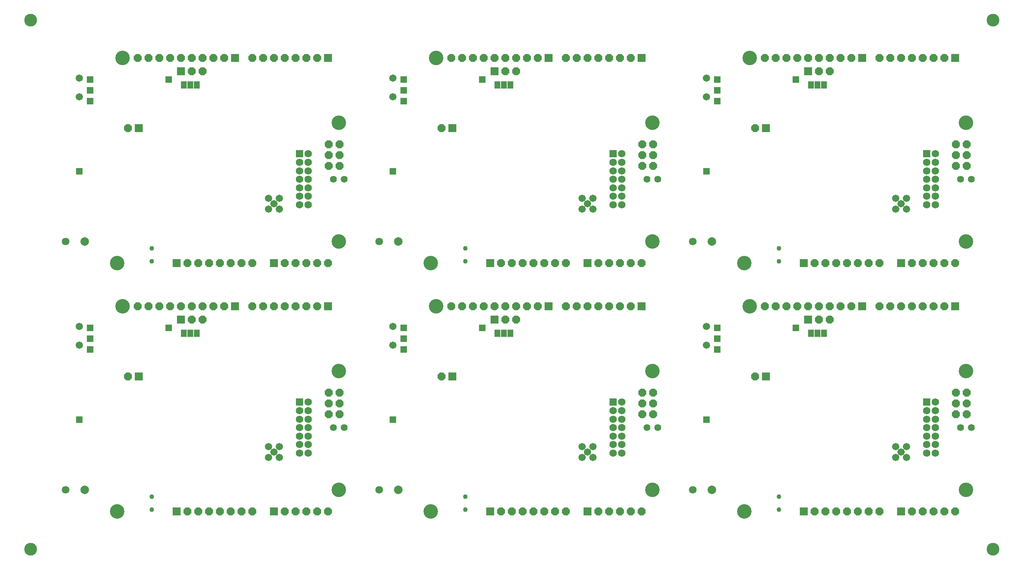
<source format=gbs>
G75*
G70*
%OFA0B0*%
%FSLAX25Y25*%
%IPPOS*%
%LPD*%
%AMOC8*
5,1,8,0,0,1.08239X$1,22.5*
%
%ADD110C,0.07890*%
%ADD116C,0.06800*%
%ADD127C,0.04340*%
%ADD146C,0.07100*%
%ADD148C,0.11820*%
%ADD185R,0.06800X0.06800*%
%ADD187C,0.06400*%
%ADD201C,0.13400*%
%ADD39OC8,0.07200*%
%ADD44R,0.05920X0.05920*%
%ADD53R,0.07200X0.07200*%
%ADD81R,0.05400X0.07100*%
%ADD97C,0.06740*%
X0010000Y0010000D02*
G75*
%LPD*%
D148*
X0035000Y0035000D03*
X0925000Y0035000D03*
X0010000Y0060000D02*
G75*
%LPD*%
X0060000Y0060000D02*
G75*
%LPD*%
D201*
X0115000Y0070000D03*
X0320000Y0090000D03*
X0320000Y0200000D03*
X0120000Y0260000D03*
D39*
X0134000Y0260000D03*
X0144000Y0260000D03*
X0154000Y0260000D03*
X0164000Y0260000D03*
X0174000Y0260000D03*
X0184000Y0260000D03*
X0194000Y0260000D03*
X0204000Y0260000D03*
X0214000Y0260000D03*
X0194000Y0247500D03*
X0184000Y0247500D03*
X0240000Y0260000D03*
X0250000Y0260000D03*
X0260000Y0260000D03*
X0270000Y0260000D03*
X0280000Y0260000D03*
X0290000Y0260000D03*
X0300000Y0260000D03*
X0310550Y0179800D03*
X0320550Y0179800D03*
X0320550Y0169800D03*
X0310550Y0169800D03*
X0310550Y0159800D03*
X0320550Y0159800D03*
X0310000Y0070000D03*
X0300000Y0070000D03*
X0290000Y0070000D03*
X0280000Y0070000D03*
X0270000Y0070000D03*
X0240000Y0070000D03*
X0230000Y0070000D03*
X0220000Y0070000D03*
X0210000Y0070000D03*
X0200000Y0070000D03*
X0190000Y0070000D03*
X0180000Y0070000D03*
X0125000Y0195000D03*
D53*
X0135000Y0195000D03*
X0174000Y0247500D03*
X0224000Y0260000D03*
X0310000Y0260000D03*
X0260000Y0070000D03*
X0170000Y0070000D03*
D81*
X0176500Y0235000D03*
X0182500Y0235000D03*
X0188500Y0235000D03*
D97*
X0080000Y0241160D03*
X0080000Y0223830D03*
X0255000Y0130000D03*
X0260000Y0125000D03*
X0255000Y0120000D03*
X0265000Y0120000D03*
X0265000Y0130000D03*
D44*
X0162500Y0240000D03*
X0090000Y0240000D03*
X0090000Y0230000D03*
X0090000Y0220000D03*
X0080000Y0155000D03*
D146*
X0067190Y0090000D03*
D110*
X0084900Y0090000D03*
D185*
X0283560Y0171120D03*
D116*
X0291440Y0171120D03*
X0291440Y0163240D03*
X0291440Y0155370D03*
X0283560Y0155370D03*
X0283560Y0163240D03*
X0283560Y0147500D03*
X0291440Y0147500D03*
X0291440Y0139620D03*
X0283560Y0139620D03*
X0283560Y0131750D03*
X0283560Y0123870D03*
X0291440Y0123870D03*
X0291440Y0131750D03*
D127*
X0147000Y0083400D03*
X0147000Y0071590D03*
D187*
X0315000Y0147500D03*
X0325000Y0147500D03*
X0060000Y0270000D02*
G75*
%LPD*%
X0060000Y0290000D02*
G75*
%LPD*%
D201*
X0115000Y0300000D03*
X0320000Y0320000D03*
X0320000Y0430000D03*
X0120000Y0490000D03*
D39*
X0134000Y0490000D03*
X0144000Y0490000D03*
X0154000Y0490000D03*
X0164000Y0490000D03*
X0174000Y0490000D03*
X0184000Y0490000D03*
X0194000Y0490000D03*
X0204000Y0490000D03*
X0214000Y0490000D03*
X0194000Y0477500D03*
X0184000Y0477500D03*
X0240000Y0490000D03*
X0250000Y0490000D03*
X0260000Y0490000D03*
X0270000Y0490000D03*
X0280000Y0490000D03*
X0290000Y0490000D03*
X0300000Y0490000D03*
X0310550Y0409800D03*
X0320550Y0409800D03*
X0320550Y0399800D03*
X0310550Y0399800D03*
X0310550Y0389800D03*
X0320550Y0389800D03*
X0310000Y0300000D03*
X0300000Y0300000D03*
X0290000Y0300000D03*
X0280000Y0300000D03*
X0270000Y0300000D03*
X0240000Y0300000D03*
X0230000Y0300000D03*
X0220000Y0300000D03*
X0210000Y0300000D03*
X0200000Y0300000D03*
X0190000Y0300000D03*
X0180000Y0300000D03*
X0125000Y0425000D03*
D53*
X0135000Y0425000D03*
X0174000Y0477500D03*
X0224000Y0490000D03*
X0310000Y0490000D03*
X0260000Y0300000D03*
X0170000Y0300000D03*
D81*
X0176500Y0465000D03*
X0182500Y0465000D03*
X0188500Y0465000D03*
D97*
X0080000Y0471160D03*
X0080000Y0453830D03*
X0255000Y0360000D03*
X0260000Y0355000D03*
X0255000Y0350000D03*
X0265000Y0350000D03*
X0265000Y0360000D03*
D44*
X0162500Y0470000D03*
X0090000Y0470000D03*
X0090000Y0460000D03*
X0090000Y0450000D03*
X0080000Y0385000D03*
D146*
X0067190Y0320000D03*
D110*
X0084900Y0320000D03*
D185*
X0283560Y0401120D03*
D116*
X0291440Y0401120D03*
X0291440Y0393240D03*
X0291440Y0385370D03*
X0283560Y0385370D03*
X0283560Y0393240D03*
X0283560Y0377500D03*
X0291440Y0377500D03*
X0291440Y0369620D03*
X0283560Y0369620D03*
X0283560Y0361750D03*
X0283560Y0353870D03*
X0291440Y0353870D03*
X0291440Y0361750D03*
D127*
X0147000Y0313400D03*
X0147000Y0301590D03*
D187*
X0315000Y0377500D03*
X0325000Y0377500D03*
X0350000Y0060000D02*
G75*
%LPD*%
D201*
X0405000Y0070000D03*
X0610000Y0090000D03*
X0610000Y0200000D03*
X0410000Y0260000D03*
D39*
X0424000Y0260000D03*
X0434000Y0260000D03*
X0444000Y0260000D03*
X0454000Y0260000D03*
X0464000Y0260000D03*
X0474000Y0260000D03*
X0484000Y0260000D03*
X0494000Y0260000D03*
X0504000Y0260000D03*
X0484000Y0247500D03*
X0474000Y0247500D03*
X0530000Y0260000D03*
X0540000Y0260000D03*
X0550000Y0260000D03*
X0560000Y0260000D03*
X0570000Y0260000D03*
X0580000Y0260000D03*
X0590000Y0260000D03*
X0600550Y0179800D03*
X0610550Y0179800D03*
X0610550Y0169800D03*
X0600550Y0169800D03*
X0600550Y0159800D03*
X0610550Y0159800D03*
X0600000Y0070000D03*
X0590000Y0070000D03*
X0580000Y0070000D03*
X0570000Y0070000D03*
X0560000Y0070000D03*
X0530000Y0070000D03*
X0520000Y0070000D03*
X0510000Y0070000D03*
X0500000Y0070000D03*
X0490000Y0070000D03*
X0480000Y0070000D03*
X0470000Y0070000D03*
X0415000Y0195000D03*
D53*
X0425000Y0195000D03*
X0464000Y0247500D03*
X0514000Y0260000D03*
X0600000Y0260000D03*
X0550000Y0070000D03*
X0460000Y0070000D03*
D81*
X0466500Y0235000D03*
X0472500Y0235000D03*
X0478500Y0235000D03*
D97*
X0370000Y0241160D03*
X0370000Y0223830D03*
X0545000Y0130000D03*
X0550000Y0125000D03*
X0545000Y0120000D03*
X0555000Y0120000D03*
X0555000Y0130000D03*
D44*
X0452500Y0240000D03*
X0380000Y0240000D03*
X0380000Y0230000D03*
X0380000Y0220000D03*
X0370000Y0155000D03*
D146*
X0357190Y0090000D03*
D110*
X0374900Y0090000D03*
D185*
X0573560Y0171120D03*
D116*
X0581440Y0171120D03*
X0581440Y0163240D03*
X0581440Y0155370D03*
X0573560Y0155370D03*
X0573560Y0163240D03*
X0573560Y0147500D03*
X0581440Y0147500D03*
X0581440Y0139620D03*
X0573560Y0139620D03*
X0573560Y0131750D03*
X0573560Y0123870D03*
X0581440Y0123870D03*
X0581440Y0131750D03*
D127*
X0437000Y0083400D03*
X0437000Y0071590D03*
D187*
X0605000Y0147500D03*
X0615000Y0147500D03*
X0350000Y0270000D02*
G75*
%LPD*%
X0350000Y0290000D02*
G75*
%LPD*%
D201*
X0405000Y0300000D03*
X0610000Y0320000D03*
X0610000Y0430000D03*
X0410000Y0490000D03*
D39*
X0424000Y0490000D03*
X0434000Y0490000D03*
X0444000Y0490000D03*
X0454000Y0490000D03*
X0464000Y0490000D03*
X0474000Y0490000D03*
X0484000Y0490000D03*
X0494000Y0490000D03*
X0504000Y0490000D03*
X0484000Y0477500D03*
X0474000Y0477500D03*
X0530000Y0490000D03*
X0540000Y0490000D03*
X0550000Y0490000D03*
X0560000Y0490000D03*
X0570000Y0490000D03*
X0580000Y0490000D03*
X0590000Y0490000D03*
X0600550Y0409800D03*
X0610550Y0409800D03*
X0610550Y0399800D03*
X0600550Y0399800D03*
X0600550Y0389800D03*
X0610550Y0389800D03*
X0600000Y0300000D03*
X0590000Y0300000D03*
X0580000Y0300000D03*
X0570000Y0300000D03*
X0560000Y0300000D03*
X0530000Y0300000D03*
X0520000Y0300000D03*
X0510000Y0300000D03*
X0500000Y0300000D03*
X0490000Y0300000D03*
X0480000Y0300000D03*
X0470000Y0300000D03*
X0415000Y0425000D03*
D53*
X0425000Y0425000D03*
X0464000Y0477500D03*
X0514000Y0490000D03*
X0600000Y0490000D03*
X0550000Y0300000D03*
X0460000Y0300000D03*
D81*
X0466500Y0465000D03*
X0472500Y0465000D03*
X0478500Y0465000D03*
D97*
X0370000Y0471160D03*
X0370000Y0453830D03*
X0545000Y0360000D03*
X0550000Y0355000D03*
X0545000Y0350000D03*
X0555000Y0350000D03*
X0555000Y0360000D03*
D44*
X0452500Y0470000D03*
X0380000Y0470000D03*
X0380000Y0460000D03*
X0380000Y0450000D03*
X0370000Y0385000D03*
D146*
X0357190Y0320000D03*
D110*
X0374900Y0320000D03*
D185*
X0573560Y0401120D03*
D116*
X0581440Y0401120D03*
X0581440Y0393240D03*
X0581440Y0385370D03*
X0573560Y0385370D03*
X0573560Y0393240D03*
X0573560Y0377500D03*
X0581440Y0377500D03*
X0581440Y0369620D03*
X0573560Y0369620D03*
X0573560Y0361750D03*
X0573560Y0353870D03*
X0581440Y0353870D03*
X0581440Y0361750D03*
D127*
X0437000Y0313400D03*
X0437000Y0301590D03*
D187*
X0605000Y0377500D03*
X0615000Y0377500D03*
X0640000Y0060000D02*
G75*
%LPD*%
D201*
X0695000Y0070000D03*
X0900000Y0090000D03*
X0900000Y0200000D03*
X0700000Y0260000D03*
D39*
X0714000Y0260000D03*
X0724000Y0260000D03*
X0734000Y0260000D03*
X0744000Y0260000D03*
X0754000Y0260000D03*
X0764000Y0260000D03*
X0774000Y0260000D03*
X0784000Y0260000D03*
X0794000Y0260000D03*
X0774000Y0247500D03*
X0764000Y0247500D03*
X0820000Y0260000D03*
X0830000Y0260000D03*
X0840000Y0260000D03*
X0850000Y0260000D03*
X0860000Y0260000D03*
X0870000Y0260000D03*
X0880000Y0260000D03*
X0890550Y0179800D03*
X0900550Y0179800D03*
X0900550Y0169800D03*
X0890550Y0169800D03*
X0890550Y0159800D03*
X0900550Y0159800D03*
X0890000Y0070000D03*
X0880000Y0070000D03*
X0870000Y0070000D03*
X0860000Y0070000D03*
X0850000Y0070000D03*
X0820000Y0070000D03*
X0810000Y0070000D03*
X0800000Y0070000D03*
X0790000Y0070000D03*
X0780000Y0070000D03*
X0770000Y0070000D03*
X0760000Y0070000D03*
X0705000Y0195000D03*
D53*
X0715000Y0195000D03*
X0754000Y0247500D03*
X0804000Y0260000D03*
X0890000Y0260000D03*
X0840000Y0070000D03*
X0750000Y0070000D03*
D81*
X0756500Y0235000D03*
X0762500Y0235000D03*
X0768500Y0235000D03*
D97*
X0660000Y0241160D03*
X0660000Y0223830D03*
X0835000Y0130000D03*
X0840000Y0125000D03*
X0835000Y0120000D03*
X0845000Y0120000D03*
X0845000Y0130000D03*
D44*
X0742500Y0240000D03*
X0670000Y0240000D03*
X0670000Y0230000D03*
X0670000Y0220000D03*
X0660000Y0155000D03*
D146*
X0647190Y0090000D03*
D110*
X0664900Y0090000D03*
D185*
X0863560Y0171120D03*
D116*
X0871440Y0171120D03*
X0871440Y0163240D03*
X0871440Y0155370D03*
X0863560Y0155370D03*
X0863560Y0163240D03*
X0863560Y0147500D03*
X0871440Y0147500D03*
X0871440Y0139620D03*
X0863560Y0139620D03*
X0863560Y0131750D03*
X0863560Y0123870D03*
X0871440Y0123870D03*
X0871440Y0131750D03*
D127*
X0727000Y0083400D03*
X0727000Y0071590D03*
D187*
X0895000Y0147500D03*
X0905000Y0147500D03*
X0640000Y0270000D02*
G75*
%LPD*%
X0640000Y0290000D02*
G75*
%LPD*%
D201*
X0695000Y0300000D03*
X0900000Y0320000D03*
X0900000Y0430000D03*
X0700000Y0490000D03*
D39*
X0714000Y0490000D03*
X0724000Y0490000D03*
X0734000Y0490000D03*
X0744000Y0490000D03*
X0754000Y0490000D03*
X0764000Y0490000D03*
X0774000Y0490000D03*
X0784000Y0490000D03*
X0794000Y0490000D03*
X0774000Y0477500D03*
X0764000Y0477500D03*
X0820000Y0490000D03*
X0830000Y0490000D03*
X0840000Y0490000D03*
X0850000Y0490000D03*
X0860000Y0490000D03*
X0870000Y0490000D03*
X0880000Y0490000D03*
X0890550Y0409800D03*
X0900550Y0409800D03*
X0900550Y0399800D03*
X0890550Y0399800D03*
X0890550Y0389800D03*
X0900550Y0389800D03*
X0890000Y0300000D03*
X0880000Y0300000D03*
X0870000Y0300000D03*
X0860000Y0300000D03*
X0850000Y0300000D03*
X0820000Y0300000D03*
X0810000Y0300000D03*
X0800000Y0300000D03*
X0790000Y0300000D03*
X0780000Y0300000D03*
X0770000Y0300000D03*
X0760000Y0300000D03*
X0705000Y0425000D03*
D53*
X0715000Y0425000D03*
X0754000Y0477500D03*
X0804000Y0490000D03*
X0890000Y0490000D03*
X0840000Y0300000D03*
X0750000Y0300000D03*
D81*
X0756500Y0465000D03*
X0762500Y0465000D03*
X0768500Y0465000D03*
D97*
X0660000Y0471160D03*
X0660000Y0453830D03*
X0835000Y0360000D03*
X0840000Y0355000D03*
X0835000Y0350000D03*
X0845000Y0350000D03*
X0845000Y0360000D03*
D44*
X0742500Y0470000D03*
X0670000Y0470000D03*
X0670000Y0460000D03*
X0670000Y0450000D03*
X0660000Y0385000D03*
D146*
X0647190Y0320000D03*
D110*
X0664900Y0320000D03*
D185*
X0863560Y0401120D03*
D116*
X0871440Y0401120D03*
X0871440Y0393240D03*
X0871440Y0385370D03*
X0863560Y0385370D03*
X0863560Y0393240D03*
X0863560Y0377500D03*
X0871440Y0377500D03*
X0871440Y0369620D03*
X0863560Y0369620D03*
X0863560Y0361750D03*
X0863560Y0353870D03*
X0871440Y0353870D03*
X0871440Y0361750D03*
D127*
X0727000Y0313400D03*
X0727000Y0301590D03*
D187*
X0895000Y0377500D03*
X0905000Y0377500D03*
X0010000Y0500000D02*
G75*
%LPD*%
D148*
X0035000Y0525000D03*
X0925000Y0525000D03*
M02*

</source>
